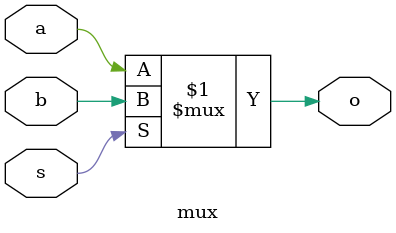
<source format=v>
module mux(a,b,s,o);
	input a;
	input b;
	input s;
	output o;
	assign o = (s)?b:a;
endmodule

</source>
